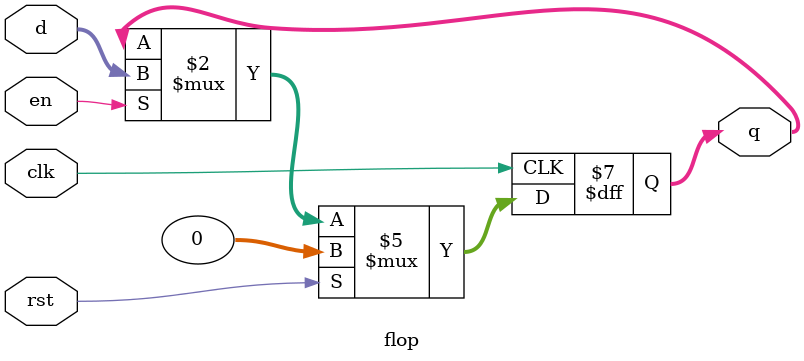
<source format=v>
module flop #(parameter WIDTH=32) (
input wire clk,
input wire rst,
input wire en,
input wire [WIDTH-1:0] d,

output reg [WIDTH-1:0] q
);

always@(posedge clk) begin
 if(rst)
	q <= 'b0;
 else if(en)
	q <= d;
end

endmodule


</source>
